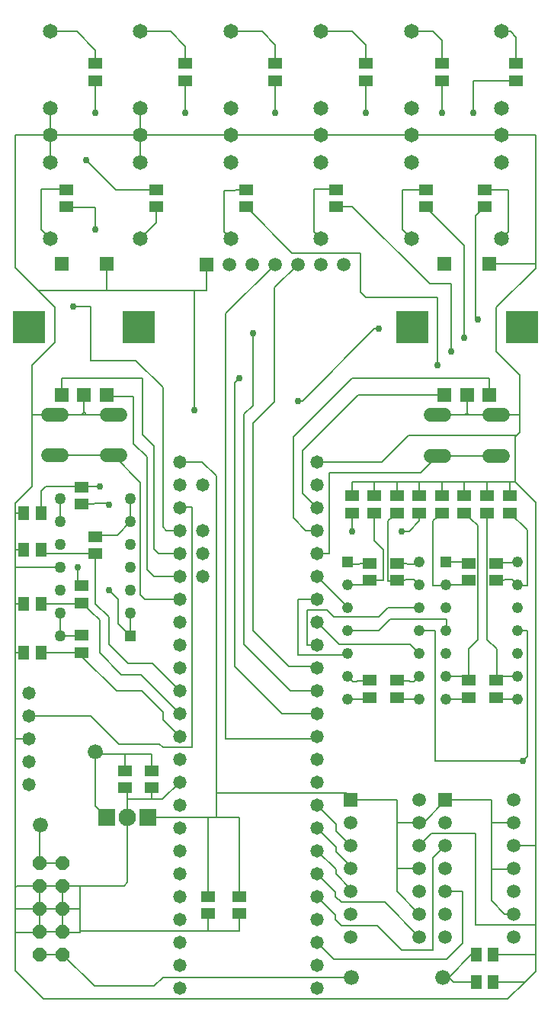
<source format=gbr>
G04 EAGLE Gerber RS-274X export*
G75*
%MOMM*%
%FSLAX34Y34*%
%LPD*%
%INBottom Copper*%
%IPPOS*%
%AMOC8*
5,1,8,0,0,1.08239X$1,22.5*%
G01*
%ADD10C,1.676400*%
%ADD11R,1.508000X1.508000*%
%ADD12R,3.556000X3.556000*%
%ADD13P,1.649562X8X112.500000*%
%ADD14C,1.473200*%
%ADD15R,1.930400X1.930400*%
%ADD16C,1.930400*%
%ADD17C,1.650000*%
%ADD18C,1.524000*%
%ADD19C,1.508000*%
%ADD20R,1.267000X1.267000*%
%ADD21C,1.267000*%
%ADD22R,1.238000X1.238000*%
%ADD23C,1.238000*%
%ADD24R,1.500000X1.300000*%
%ADD25R,1.300000X1.500000*%
%ADD26R,1.498600X1.498600*%
%ADD27C,1.498600*%
%ADD28C,0.152400*%
%ADD29C,0.756400*%


D10*
X39090Y203673D03*
X99950Y285027D03*
D11*
X62350Y681920D03*
X87350Y681920D03*
X112350Y681920D03*
X62350Y826920D03*
X112350Y826920D03*
D12*
X26350Y756920D03*
X148350Y756920D03*
D13*
X38310Y60450D03*
X38310Y85850D03*
X38310Y111250D03*
X38310Y136650D03*
X38310Y162050D03*
X63710Y60450D03*
X63710Y85850D03*
X63710Y111250D03*
X63710Y136650D03*
X63710Y162050D03*
D14*
X346160Y556610D03*
X346160Y531210D03*
X346160Y505810D03*
X346160Y480410D03*
X346160Y455010D03*
X346160Y429610D03*
X346160Y404210D03*
X346160Y378810D03*
X346160Y353410D03*
X346160Y328010D03*
X346160Y302610D03*
X346160Y277210D03*
X193760Y277210D03*
X193760Y302610D03*
X193760Y328010D03*
X193760Y353410D03*
X193760Y378810D03*
X193760Y404210D03*
X193760Y429610D03*
X193760Y455010D03*
X193760Y480410D03*
X193760Y505810D03*
X193760Y531210D03*
X346160Y582010D03*
X193760Y556610D03*
X193760Y582010D03*
X346160Y607410D03*
X193760Y607410D03*
X346160Y251810D03*
X193760Y251810D03*
X346160Y226410D03*
X346160Y201010D03*
X346160Y175610D03*
X346160Y150210D03*
X346160Y124810D03*
X346160Y99410D03*
X346160Y74010D03*
X346160Y48610D03*
X346160Y23210D03*
X193760Y23210D03*
X193760Y48610D03*
X193760Y74010D03*
X193760Y99410D03*
X193760Y124810D03*
X193760Y150210D03*
X193760Y175610D03*
X193760Y201010D03*
X193760Y226410D03*
X219160Y582010D03*
X219160Y531210D03*
X219160Y505810D03*
X219160Y480410D03*
D15*
X112660Y212744D03*
D16*
X135520Y212744D03*
D15*
X158380Y212744D03*
D17*
X551180Y855002D03*
X551180Y940002D03*
X551180Y970002D03*
X250190Y1085050D03*
X250190Y1000050D03*
X250190Y970050D03*
X149860Y1085050D03*
X149860Y1000050D03*
X149860Y970050D03*
X49530Y1085050D03*
X49530Y1000050D03*
X49530Y970050D03*
X450850Y855002D03*
X450850Y940002D03*
X450850Y970002D03*
X350520Y855002D03*
X350520Y940002D03*
X350520Y970002D03*
X250190Y855002D03*
X250190Y940002D03*
X250190Y970002D03*
X149860Y855002D03*
X149860Y940002D03*
X149860Y970002D03*
X49530Y855002D03*
X49530Y940002D03*
X49530Y970002D03*
X551180Y1085050D03*
X551180Y1000050D03*
X551180Y970050D03*
X450850Y1085050D03*
X450850Y1000050D03*
X450850Y970050D03*
X350520Y1085050D03*
X350520Y1000050D03*
X350520Y970050D03*
D18*
X127582Y614364D02*
X112342Y614364D01*
X112342Y659576D02*
X127582Y659576D01*
X62558Y614364D02*
X47318Y614364D01*
X47318Y659576D02*
X62558Y659576D01*
X537772Y614164D02*
X553012Y614164D01*
X553012Y659376D02*
X537772Y659376D01*
X487988Y614164D02*
X472748Y614164D01*
X472748Y659376D02*
X487988Y659376D01*
D11*
X487780Y681820D03*
X512780Y681820D03*
X537780Y681820D03*
X487780Y826820D03*
X537780Y826820D03*
D12*
X451780Y756820D03*
X573780Y756820D03*
D11*
X223250Y826600D03*
D19*
X248650Y826600D03*
X274050Y826600D03*
X299450Y826600D03*
X324850Y826600D03*
X350250Y826600D03*
X375650Y826600D03*
D20*
X139050Y413800D03*
D21*
X139050Y439200D03*
X139050Y464600D03*
X139050Y490000D03*
X139050Y515400D03*
X139050Y540800D03*
X139050Y566200D03*
X60950Y566200D03*
X60950Y540800D03*
X60950Y515400D03*
X60950Y490000D03*
X60950Y464600D03*
X60950Y439200D03*
X60950Y413800D03*
D22*
X489200Y496200D03*
D23*
X489200Y470800D03*
X489200Y445400D03*
X489200Y420000D03*
X489200Y394600D03*
X489200Y369200D03*
X489200Y343800D03*
X568600Y343800D03*
X568600Y369200D03*
X568600Y394600D03*
X568600Y420000D03*
X568600Y445400D03*
X568600Y470800D03*
X568600Y496200D03*
D22*
X380300Y496200D03*
D23*
X380300Y470800D03*
X380300Y445400D03*
X380300Y420000D03*
X380300Y394600D03*
X380300Y369200D03*
X380300Y343800D03*
X459700Y343800D03*
X459700Y369200D03*
X459700Y394600D03*
X459700Y420000D03*
X459700Y445400D03*
X459700Y470800D03*
X459700Y496200D03*
D10*
X485800Y35000D03*
X384200Y35000D03*
D24*
X100000Y1030500D03*
X100000Y1049500D03*
X200000Y1049500D03*
X200000Y1030500D03*
X67500Y909500D03*
X67500Y890500D03*
X167500Y909500D03*
X167500Y890500D03*
X300000Y1030500D03*
X300000Y1049500D03*
X400000Y1030500D03*
X400000Y1049500D03*
X567500Y1030500D03*
X567500Y1049500D03*
X485000Y1030500D03*
X485000Y1049500D03*
X267500Y890500D03*
X267500Y909500D03*
X367500Y890500D03*
X367500Y909500D03*
X467500Y890500D03*
X467500Y909500D03*
X532500Y890500D03*
X532500Y909500D03*
X405000Y475500D03*
X405000Y494500D03*
X410000Y569500D03*
X410000Y550500D03*
X385000Y569500D03*
X385000Y550500D03*
X405000Y364500D03*
X405000Y345500D03*
X435000Y345500D03*
X435000Y364500D03*
X460000Y550500D03*
X460000Y569500D03*
X85000Y579500D03*
X85000Y560500D03*
X100000Y505500D03*
X100000Y524500D03*
X85000Y469500D03*
X85000Y450500D03*
X85000Y414500D03*
X85000Y395500D03*
D25*
X39500Y550000D03*
X20500Y550000D03*
X20500Y510000D03*
X39500Y510000D03*
X20500Y450000D03*
X39500Y450000D03*
X39500Y395000D03*
X20500Y395000D03*
D24*
X510000Y569500D03*
X510000Y550500D03*
X485000Y569500D03*
X485000Y550500D03*
X535000Y550500D03*
X535000Y569500D03*
X560000Y550500D03*
X560000Y569500D03*
X515000Y475500D03*
X515000Y494500D03*
X515000Y364500D03*
X515000Y345500D03*
X545000Y345500D03*
X545000Y364500D03*
X545000Y494500D03*
X545000Y475500D03*
X435000Y550500D03*
X435000Y569500D03*
X435000Y494500D03*
X435000Y475500D03*
D26*
X383800Y232400D03*
D27*
X383800Y207000D03*
X383800Y181600D03*
X383800Y156200D03*
X383800Y130800D03*
X383800Y105400D03*
X383800Y80000D03*
X460000Y80000D03*
X460000Y105400D03*
X460000Y130800D03*
X460000Y156200D03*
X460000Y181600D03*
X460000Y207000D03*
X460000Y232400D03*
D26*
X488800Y232400D03*
D27*
X488800Y207000D03*
X488800Y181600D03*
X488800Y156200D03*
X488800Y130800D03*
X488800Y105400D03*
X488800Y80000D03*
X565000Y80000D03*
X565000Y105400D03*
X565000Y130800D03*
X565000Y156200D03*
X565000Y181600D03*
X565000Y207000D03*
X565000Y232400D03*
D14*
X25760Y350880D03*
X25760Y325480D03*
X25760Y300080D03*
X25760Y274680D03*
X25760Y249280D03*
D24*
X132500Y264500D03*
X132500Y245500D03*
X162500Y264500D03*
X162500Y245500D03*
D25*
X523000Y30000D03*
X542000Y30000D03*
X523000Y60000D03*
X542000Y60000D03*
D24*
X225000Y124500D03*
X225000Y105500D03*
X260000Y124500D03*
X260000Y105500D03*
D28*
X38310Y111250D02*
X10922Y111250D01*
X54716Y739893D02*
X54716Y778947D01*
X10922Y135000D02*
X10922Y111250D01*
X10922Y135000D02*
X10922Y300000D01*
X10922Y395000D01*
X10922Y450000D01*
X10922Y490000D01*
X10922Y510000D01*
X10922Y550000D01*
X10922Y561695D01*
X10922Y822741D02*
X10922Y970000D01*
X29277Y580050D02*
X10922Y561695D01*
X54716Y778947D02*
X36163Y797500D01*
X10922Y822741D01*
X54716Y739893D02*
X29277Y714454D01*
X29277Y660000D02*
X29277Y580050D01*
X29277Y660000D02*
X29277Y714454D01*
X350518Y970000D02*
X350522Y970000D01*
X450800Y970000D01*
X545000Y970000D01*
X551230Y970000D01*
X552500Y970000D01*
X557500Y970000D01*
X589098Y970000D01*
X545414Y778847D02*
X545414Y729793D01*
X589098Y826820D02*
X589098Y970000D01*
X589098Y840000D02*
X589098Y822531D01*
X545414Y778847D01*
X566483Y585000D02*
X589098Y562385D01*
X571433Y703774D02*
X545414Y729793D01*
X571433Y703774D02*
X571433Y660000D01*
X571433Y640000D01*
X566433Y637004D02*
X566433Y635000D01*
X566433Y585000D01*
X577193Y30000D02*
X558115Y10922D01*
X577193Y30000D02*
X589098Y41905D01*
X589098Y181600D02*
X589098Y562385D01*
X589098Y181600D02*
X589098Y93100D01*
X589098Y60000D02*
X589098Y41905D01*
X42595Y10922D02*
X10922Y42595D01*
X10922Y85000D01*
X35000Y85000D02*
X37460Y85000D01*
X35000Y85000D02*
X10922Y85000D01*
X37460Y85000D02*
X38310Y85850D01*
X63710Y85850D01*
X63710Y110000D01*
X63710Y136650D01*
X38310Y136650D01*
X38310Y88310D01*
X35000Y85000D01*
X38310Y111250D02*
X62460Y111250D01*
X63710Y110000D01*
X10922Y111250D02*
X10922Y85000D01*
X12572Y136650D02*
X38310Y136650D01*
X12572Y136650D02*
X10922Y135000D01*
X10922Y550000D02*
X20500Y550000D01*
X20500Y510000D02*
X10922Y510000D01*
X10922Y450000D02*
X20500Y450000D01*
X20500Y395000D02*
X10922Y395000D01*
X135520Y212744D02*
X135520Y140520D01*
X131650Y136650D02*
X82500Y136650D01*
X63710Y136650D01*
X131650Y136650D02*
X135520Y140520D01*
X60950Y490000D02*
X10922Y490000D01*
X54938Y659576D02*
X85000Y659576D01*
X90000Y659576D01*
X119962Y659576D01*
X87350Y661926D02*
X87350Y681920D01*
X87350Y661926D02*
X85000Y659576D01*
X87350Y661926D02*
X87650Y661926D01*
X90000Y659576D01*
X54938Y659576D02*
X29701Y659576D01*
X29277Y660000D01*
X480368Y659376D02*
X510560Y659376D01*
X515000Y659376D01*
X545392Y659376D01*
X570809Y659376D01*
X571433Y660000D01*
X512780Y661596D02*
X512780Y681820D01*
X512780Y661596D02*
X515000Y659376D01*
X512780Y661596D02*
X510560Y659376D01*
X112350Y797500D02*
X112350Y826920D01*
X112350Y797500D02*
X36163Y797500D01*
X470368Y659376D02*
X480368Y659376D01*
X447996Y637004D02*
X418402Y607410D01*
X346160Y607410D01*
X49530Y940002D02*
X49530Y970000D01*
X49530Y970050D02*
X49530Y1000050D01*
X149860Y1000050D02*
X149860Y970050D01*
X149860Y970000D02*
X149860Y940002D01*
X537780Y826820D02*
X589098Y826820D01*
X566433Y585000D02*
X560000Y585000D01*
X535000Y585000D01*
X510000Y585000D02*
X485000Y585000D01*
X510000Y585000D02*
X535000Y585000D01*
X485000Y585000D02*
X460000Y585000D01*
X460000Y569500D01*
X485000Y569500D02*
X485000Y585000D01*
X510000Y585000D02*
X510000Y569500D01*
X535000Y569500D02*
X535000Y585000D01*
X560000Y585000D02*
X560000Y569500D01*
X460000Y585000D02*
X435000Y585000D01*
X435000Y569500D01*
X435000Y585000D02*
X410000Y585000D01*
X410000Y569500D01*
X410000Y585000D02*
X385000Y585000D01*
X385000Y569500D01*
X566433Y585000D02*
X566483Y585000D01*
X565000Y181600D02*
X589098Y181600D01*
X566433Y637004D02*
X447996Y637004D01*
X63710Y111250D02*
X63710Y85850D01*
X49480Y970000D02*
X10922Y970000D01*
X49530Y970000D02*
X149860Y970000D01*
X149910Y970000D01*
X250188Y970000D01*
X350518Y970000D01*
X450800Y970000D02*
X450850Y970050D01*
X149910Y970000D02*
X149860Y970050D01*
X250188Y970000D02*
X250190Y970002D01*
X149860Y970050D02*
X149860Y970000D01*
X250190Y970002D02*
X250190Y970050D01*
X350520Y970002D02*
X350522Y970000D01*
X350520Y970002D02*
X350518Y970000D01*
X135000Y213264D02*
X135520Y212744D01*
X135000Y213264D02*
X135000Y232500D01*
X135000Y243000D02*
X132500Y245500D01*
X135000Y243000D02*
X135000Y232500D01*
X174450Y232500D02*
X193760Y251810D01*
X174450Y232500D02*
X162500Y232500D01*
X135000Y232500D01*
X223250Y797500D02*
X223250Y826600D01*
X210000Y797500D02*
X112350Y797500D01*
X210000Y797500D02*
X223250Y797500D01*
X82500Y111250D02*
X63710Y111250D01*
X82500Y111250D02*
X82500Y86650D01*
X82500Y111250D02*
X82500Y136650D01*
X63710Y85850D02*
X64560Y85000D01*
X82500Y85000D01*
X82500Y117500D01*
X25680Y300000D02*
X10922Y300000D01*
X25680Y300000D02*
X25760Y300080D01*
X522500Y93100D02*
X589098Y93100D01*
X522500Y195000D02*
X473400Y195000D01*
X460000Y181600D01*
D29*
X210000Y665000D03*
D28*
X162500Y245500D02*
X162500Y232500D01*
X210000Y665000D02*
X210000Y797500D01*
X49530Y970000D02*
X49480Y970000D01*
X49530Y970000D02*
X49530Y970050D01*
X49480Y970000D01*
X551180Y970050D02*
X552450Y970050D01*
X552500Y970000D01*
X551230Y970000D02*
X551180Y970050D01*
X557450Y970050D01*
X557500Y970000D01*
X551180Y970050D02*
X545050Y970050D01*
X545000Y970000D01*
X224900Y86650D02*
X82500Y86650D01*
X224900Y86750D02*
X260250Y86750D01*
X260250Y105250D02*
X260000Y105500D01*
X260250Y105250D02*
X260250Y86750D01*
X225000Y105500D02*
X224900Y105400D01*
X224900Y86750D01*
X224900Y86650D01*
X42595Y10922D02*
X558115Y10922D01*
X566433Y637004D02*
X568437Y637004D01*
X566433Y635000D01*
X568437Y637004D02*
X571433Y640000D01*
X542500Y60500D02*
X542000Y60000D01*
X542000Y30000D02*
X542500Y29500D01*
X542000Y60000D02*
X589098Y60000D01*
X577193Y30000D02*
X542000Y30000D01*
X522500Y93100D02*
X522500Y195000D01*
X589098Y93100D02*
X589098Y60000D01*
X63710Y162050D02*
X38310Y162050D01*
X39090Y203673D02*
X38310Y203781D01*
X38310Y162050D01*
X100214Y284778D02*
X99950Y285027D01*
X100214Y284778D02*
X100214Y225190D01*
X112660Y212744D01*
X380300Y420000D02*
X415000Y420000D01*
X490000Y420800D02*
X490000Y432400D01*
X490000Y420800D02*
X489200Y420000D01*
X427400Y432400D02*
X415000Y420000D01*
X427400Y432400D02*
X490000Y432400D01*
X162500Y282500D02*
X162500Y264500D01*
X162500Y282500D02*
X132500Y282500D01*
X132500Y264500D01*
X132500Y282500D02*
X102478Y282500D01*
X99950Y285027D01*
X158536Y212900D02*
X158380Y212744D01*
X158536Y212900D02*
X225000Y212900D01*
X234508Y212900D01*
X234508Y591662D02*
X218760Y607410D01*
X193760Y607410D01*
X234508Y240000D02*
X234508Y212900D01*
X234508Y240000D02*
X234508Y591662D01*
X383800Y234900D02*
X383800Y232400D01*
X383800Y234900D02*
X378700Y240000D01*
X234508Y240000D01*
X384200Y232000D02*
X435000Y232000D01*
X384200Y232000D02*
X383800Y232400D01*
X435000Y207000D02*
X460000Y207000D01*
X435000Y207000D02*
X435000Y232000D01*
X435000Y207000D02*
X435000Y156200D01*
X460000Y156200D01*
X488800Y230800D02*
X488800Y232400D01*
X488800Y230800D02*
X465000Y207000D01*
X460000Y207000D01*
X488800Y232400D02*
X540000Y232400D01*
X540000Y207000D02*
X565000Y207000D01*
X540000Y207000D02*
X540000Y232400D01*
X540000Y207000D02*
X540000Y155000D01*
X563800Y155000D01*
X565000Y156200D01*
X540000Y155000D02*
X540000Y120000D01*
X554600Y105400D01*
X565000Y105400D01*
X435000Y130000D02*
X435000Y156200D01*
X435000Y130000D02*
X459600Y105400D01*
X460000Y105400D01*
X225000Y124500D02*
X225000Y212900D01*
X260000Y212900D02*
X260000Y124500D01*
X260000Y212900D02*
X234508Y212900D01*
X207308Y556710D02*
X193860Y556710D01*
X193760Y556610D01*
X207308Y556710D02*
X207308Y290000D01*
X175000Y290000D01*
X94520Y325480D02*
X25760Y325480D01*
X94520Y325480D02*
X126250Y293750D01*
X171250Y293750D01*
X175000Y290000D01*
D29*
X75000Y780000D03*
D28*
X95000Y780000D01*
X175000Y690000D02*
X175000Y535000D01*
X178790Y531210D01*
X193760Y531210D01*
X175000Y690000D02*
X145000Y720000D01*
X95000Y720000D02*
X95000Y780000D01*
X95000Y720000D02*
X145000Y720000D01*
X62350Y700000D02*
X62350Y681920D01*
X62350Y700000D02*
X152500Y700000D01*
X170000Y505810D02*
X193760Y505810D01*
X165000Y625000D02*
X152500Y637500D01*
X152500Y700000D01*
X165000Y510810D02*
X170000Y505810D01*
X165000Y510810D02*
X165000Y625000D01*
X165000Y480410D02*
X193760Y480410D01*
X142500Y627500D02*
X142500Y680000D01*
X114270Y680000D01*
X112350Y681920D01*
X142500Y627500D02*
X157400Y612600D01*
X157400Y488010D02*
X165000Y480410D01*
X157400Y488010D02*
X157400Y612600D01*
D29*
X325000Y675000D03*
D28*
X410000Y755000D02*
X415000Y755000D01*
X410000Y755000D02*
X330000Y675000D01*
X325000Y675000D01*
D29*
X415000Y755000D03*
D28*
X391820Y681820D02*
X487780Y681820D01*
X391820Y681820D02*
X330000Y620000D01*
X330000Y572770D01*
X346160Y556610D01*
X537780Y681820D02*
X537780Y700000D01*
X385000Y700000D02*
X320000Y635000D01*
X320000Y545000D01*
X333790Y531210D01*
X346160Y531210D01*
X385000Y700000D02*
X537780Y700000D01*
X119962Y614364D02*
X54938Y614364D01*
X119962Y614364D02*
X150000Y584326D01*
X155000Y455000D02*
X193750Y455000D01*
X193760Y455010D01*
X155000Y455000D02*
X150000Y460000D01*
X150000Y584326D01*
X480368Y614164D02*
X545392Y614164D01*
X480368Y614164D02*
X461204Y595000D01*
X360000Y595000D01*
X360000Y505810D01*
X346160Y505810D01*
X245000Y772150D02*
X299450Y826600D01*
X245000Y772150D02*
X245000Y300000D01*
X343550Y300000D02*
X346160Y302610D01*
X343550Y300000D02*
X310000Y300000D01*
X245000Y300000D01*
D29*
X260000Y700000D03*
D28*
X255000Y695000D01*
X255000Y380000D01*
X306990Y328010D02*
X346160Y328010D01*
X306990Y328010D02*
X255000Y380000D01*
X265000Y405000D02*
X265000Y660000D01*
X316590Y353410D02*
X346160Y353410D01*
X316590Y353410D02*
X265000Y405000D01*
X265000Y660000D02*
X275000Y670000D01*
X275000Y750000D01*
D29*
X275000Y750000D03*
D28*
X299125Y800875D02*
X324850Y826600D01*
X275000Y650000D02*
X275000Y420000D01*
X344970Y380000D02*
X346160Y378810D01*
X344970Y380000D02*
X315000Y380000D01*
X275000Y420000D01*
X275000Y650000D02*
X299125Y674125D01*
X299125Y800875D01*
X85000Y580000D02*
X85000Y579500D01*
X85000Y580000D02*
X45000Y580000D01*
D29*
X105000Y580000D03*
D28*
X86500Y580000D01*
X85000Y579500D01*
X39500Y574500D02*
X39500Y550000D01*
X39500Y574500D02*
X45000Y580000D01*
X39500Y510000D02*
X42690Y505810D01*
X100000Y505500D02*
X100000Y450000D01*
X115000Y435000D01*
X115000Y405000D01*
X136250Y383750D01*
X100000Y505500D02*
X100690Y505810D01*
X42690Y505810D01*
X136250Y383750D02*
X163420Y383750D01*
X193760Y353410D01*
X83500Y450000D02*
X39500Y450000D01*
X83500Y450000D02*
X85000Y450500D01*
X105000Y431500D01*
X105000Y395000D01*
X128750Y371250D01*
X150520Y371250D01*
X193760Y328010D01*
X83500Y395000D02*
X39500Y395000D01*
X83500Y395000D02*
X85000Y395500D01*
X85000Y391500D02*
X123250Y353250D01*
X85000Y391500D02*
X85000Y395500D01*
X175129Y329768D02*
X175129Y321241D01*
X193760Y302610D01*
X151647Y353250D02*
X123250Y353250D01*
X151647Y353250D02*
X175129Y329768D01*
X139050Y540800D02*
X139050Y566200D01*
X102300Y525800D02*
X100000Y524500D01*
X124050Y525800D02*
X139050Y540800D01*
X124050Y525800D02*
X102300Y525800D01*
X60950Y439200D02*
X60950Y413800D01*
X84700Y413800D01*
X85000Y414500D01*
X60950Y540800D02*
X60950Y566200D01*
D29*
X80000Y490000D03*
D28*
X80000Y473500D02*
X85000Y469500D01*
X80000Y473500D02*
X80000Y490000D01*
X100000Y995000D02*
X100000Y1030500D01*
D29*
X100000Y995000D03*
D28*
X113500Y561500D02*
X85000Y560500D01*
X139050Y439200D02*
X139050Y413800D01*
X125000Y427850D01*
X125000Y455000D02*
X115000Y465000D01*
X125000Y455000D02*
X125000Y427850D01*
D29*
X115000Y465000D03*
X115000Y560000D03*
D28*
X113500Y561500D01*
X100000Y1064580D02*
X79530Y1085050D01*
X49530Y1085050D01*
X100000Y1064580D02*
X100000Y1049500D01*
X149860Y1085050D02*
X183450Y1085050D01*
X200000Y1068500D02*
X200000Y1049500D01*
X200000Y1068500D02*
X183450Y1085050D01*
X200000Y1030500D02*
X200000Y995000D01*
D29*
X200000Y995000D03*
D28*
X100000Y890000D02*
X69000Y890000D01*
X67500Y890500D01*
X100000Y890000D02*
X100000Y865000D01*
D29*
X100000Y865000D03*
D28*
X66793Y910100D02*
X39530Y910100D01*
X39530Y865002D01*
X49530Y855002D01*
X67500Y909500D02*
X66793Y910100D01*
X167360Y890360D02*
X167500Y890500D01*
X167360Y890360D02*
X167360Y872502D01*
X149860Y855002D01*
D29*
X90000Y942500D03*
D28*
X123000Y909500D01*
X167500Y909500D01*
X489200Y343800D02*
X512300Y343800D01*
X515000Y345500D01*
X495000Y730000D02*
X495000Y805000D01*
D29*
X495000Y730000D03*
D28*
X471624Y805000D02*
X385062Y890500D01*
X367500Y890500D01*
X471624Y805000D02*
X495000Y805000D01*
X509300Y369200D02*
X515000Y364500D01*
X509300Y369200D02*
X489200Y369200D01*
X525000Y536500D02*
X510000Y550500D01*
X525000Y536500D02*
X525000Y410000D01*
X515000Y400000D01*
X515000Y364500D01*
X343020Y862502D02*
X343020Y910000D01*
X343020Y862502D02*
X350520Y855002D01*
X367500Y909500D02*
X366000Y910000D01*
X343020Y910000D01*
X545000Y364500D02*
X545750Y364250D01*
X549700Y369200D02*
X568600Y369200D01*
X549700Y369200D02*
X545000Y364500D01*
X535000Y410000D02*
X535000Y550500D01*
X535000Y410000D02*
X545750Y399250D01*
X545750Y364250D01*
X440850Y865002D02*
X440850Y909500D01*
X440850Y865002D02*
X450850Y855002D01*
X440850Y909500D02*
X467500Y909500D01*
X467500Y890000D02*
X510000Y847500D01*
X467500Y890000D02*
X467500Y890500D01*
X510000Y847500D02*
X510000Y745000D01*
D29*
X510000Y745000D03*
D28*
X546700Y343800D02*
X568600Y343800D01*
X546700Y343800D02*
X545000Y345500D01*
X490000Y470800D02*
X489200Y470800D01*
X490000Y470800D02*
X509300Y470800D01*
X515000Y475500D01*
X475000Y541500D02*
X485000Y550500D01*
X475000Y541500D02*
X475000Y470000D01*
X489200Y470000D01*
X490000Y470800D01*
X512300Y496200D02*
X515000Y494500D01*
X512300Y496200D02*
X489200Y496200D01*
X318534Y839466D02*
X267500Y890500D01*
X480000Y790000D02*
X480000Y715000D01*
D29*
X480000Y715000D03*
D28*
X480000Y790000D02*
X400000Y790000D01*
X394466Y839466D02*
X318534Y839466D01*
X394466Y795534D02*
X400000Y790000D01*
X394466Y795534D02*
X394466Y839466D01*
X545000Y475500D02*
X562900Y476500D01*
X568600Y470800D01*
X580000Y531500D02*
X560000Y550500D01*
X580000Y531500D02*
X580000Y470000D01*
X569400Y470000D01*
X568600Y470800D01*
X567400Y495000D02*
X568600Y496200D01*
X567400Y495000D02*
X543500Y495000D01*
X545000Y494500D01*
X522500Y880500D02*
X532500Y890500D01*
X522500Y880500D02*
X522500Y767500D01*
X525000Y765000D01*
D29*
X525000Y765000D03*
D28*
X242690Y862502D02*
X242690Y908712D01*
X242690Y862502D02*
X250190Y855002D01*
X242690Y908712D02*
X267500Y909500D01*
X532500Y909500D02*
X558680Y909500D01*
X558680Y862502D01*
X551180Y855002D01*
X575000Y275000D02*
X477500Y275000D01*
X477500Y420000D01*
X459700Y420000D01*
X580000Y420000D02*
X580000Y280000D01*
X580000Y420000D02*
X568600Y420000D01*
D29*
X575000Y275000D03*
D28*
X580000Y280000D01*
X523000Y30000D02*
X497500Y30000D01*
X522750Y59750D02*
X523000Y60000D01*
X522750Y59750D02*
X517250Y59750D01*
X492500Y35000D01*
X485800Y35000D01*
X492500Y35000D02*
X497500Y30000D01*
X63710Y60450D02*
X38310Y60450D01*
X165000Y25000D02*
X175000Y35000D01*
X165000Y25000D02*
X99160Y25000D01*
X175000Y35000D02*
X384200Y35000D01*
X99160Y25000D02*
X63710Y60450D01*
X404250Y475750D02*
X405000Y475500D01*
X404250Y475750D02*
X399300Y470800D01*
X380300Y470800D01*
X410000Y520000D02*
X410000Y550500D01*
X410000Y520000D02*
X420000Y510000D01*
X420000Y475750D01*
X404250Y475750D01*
X405000Y494500D02*
X383000Y493500D01*
X380300Y496200D01*
X300000Y995000D02*
X300000Y1030500D01*
D29*
X300000Y995000D03*
D28*
X284950Y1085050D02*
X250190Y1085050D01*
X284950Y1085050D02*
X300000Y1070000D01*
X300000Y1049500D01*
X380300Y343800D02*
X402300Y343800D01*
X405000Y345500D01*
X400000Y995000D02*
X400000Y1030500D01*
D29*
X400000Y995000D03*
D28*
X405000Y364500D02*
X386000Y363500D01*
X380300Y369200D01*
X385000Y530000D02*
X385000Y550500D01*
D29*
X385000Y530000D03*
D28*
X384950Y1085050D02*
X350520Y1085050D01*
X384950Y1085050D02*
X400000Y1070000D01*
X400000Y1049500D01*
X435000Y364500D02*
X454000Y363500D01*
X459700Y369200D01*
X460000Y541500D02*
X460000Y550500D01*
X460000Y541500D02*
X448500Y530000D01*
X440000Y530000D01*
D29*
X440000Y530000D03*
D28*
X437700Y343800D02*
X459700Y343800D01*
X437700Y343800D02*
X435000Y345500D01*
X485000Y995000D02*
X485000Y1030500D01*
D29*
X485000Y995000D03*
D28*
X474950Y1085050D02*
X450850Y1085050D01*
X474950Y1085050D02*
X485000Y1075000D01*
X485000Y1049500D01*
X454000Y476500D02*
X435000Y475500D01*
X454000Y476500D02*
X459700Y470800D01*
X425000Y541500D02*
X435000Y550500D01*
X425000Y541500D02*
X425000Y475000D01*
X433500Y475000D01*
X435000Y475500D01*
X435000Y494500D02*
X457000Y493500D01*
X459700Y496200D01*
X566000Y1030000D02*
X567500Y1030500D01*
X566000Y1030000D02*
X520000Y1030000D01*
X520000Y995000D01*
D29*
X520000Y995000D03*
D28*
X567500Y1078730D02*
X561180Y1085050D01*
X551180Y1085050D01*
X567500Y1078730D02*
X567500Y1049500D01*
X380300Y446270D02*
X380300Y445400D01*
X380300Y446270D02*
X346160Y480410D01*
X346160Y455010D02*
X325000Y455010D01*
X325000Y392458D01*
X378158Y392458D02*
X380300Y394600D01*
X378158Y392458D02*
X325000Y392458D01*
X346160Y429610D02*
X370770Y405000D01*
X449300Y405000D02*
X459700Y394600D01*
X449300Y405000D02*
X370770Y405000D01*
X346160Y404210D02*
X335000Y404210D01*
X335000Y442500D01*
X357500Y442500D01*
X365000Y435000D01*
X425000Y445000D02*
X459300Y445000D01*
X459700Y445400D01*
X425000Y445000D02*
X415000Y435000D01*
X365000Y435000D01*
X383800Y132970D02*
X383800Y130800D01*
X383800Y132970D02*
X367135Y149635D01*
X367135Y154635D02*
X346160Y175610D01*
X367135Y154635D02*
X367135Y149635D01*
X383800Y156200D02*
X383800Y158370D01*
X367335Y174835D01*
X367335Y179835D02*
X346160Y201010D01*
X367335Y179835D02*
X367335Y174835D01*
X383470Y181600D02*
X383800Y181600D01*
X383470Y181600D02*
X367535Y197535D01*
X367535Y205035D02*
X346160Y226410D01*
X367535Y205035D02*
X367535Y197535D01*
X366935Y124435D02*
X373070Y118300D01*
X421700Y118300D01*
X460000Y80000D01*
X366935Y129435D02*
X346160Y150210D01*
X366935Y129435D02*
X366935Y124435D01*
X366735Y99235D02*
X373470Y92500D01*
X412900Y92500D01*
X440400Y65000D01*
X475000Y65000D01*
X475000Y167800D01*
X488800Y181600D01*
X366735Y104235D02*
X346160Y124810D01*
X366735Y104235D02*
X366735Y99235D01*
X488800Y130800D02*
X489600Y130000D01*
X507500Y130000D01*
X507500Y72500D01*
X365170Y55000D02*
X346160Y74010D01*
X365170Y55000D02*
X490000Y55000D01*
X507500Y72500D01*
M02*

</source>
